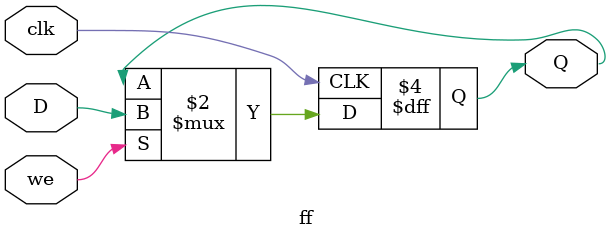
<source format=sv>
module ff(
	input logic clk,
	input D,
	input we,
	output reg Q 
          );
                    
always @(posedge clk) 
begin
    if (we)
        Q <= D; 
end 
endmodule

</source>
